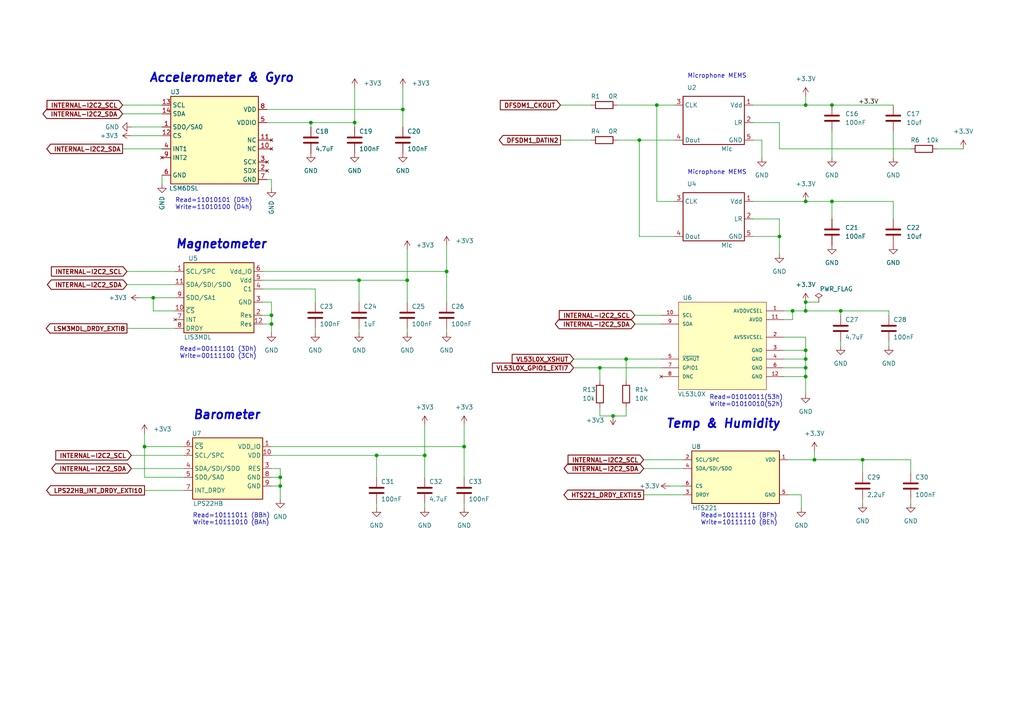
<source format=kicad_sch>
(kicad_sch (version 20211123) (generator eeschema)
  (paper "A4")
  (title_block (title "MEMS Sensors") (date "2023-01-22"))
  (lib_symbols
    (symbol "Device:C" (pin_numbers hide) (pin_names (offset 0.254))
      (property "Reference" "C" (at 0.635 2.54 0))
      (property "Value" "C" (at 0.635 -2.54 0))
      (symbol "C_0_1"
        (polyline (pts (xy -2.032 -0.762) (xy 2.032 -0.762)) (stroke (width 0.508)))
        (polyline (pts (xy -2.032 0.762) (xy 2.032 0.762)) (stroke (width 0.508)))
      )
      (symbol "C_1_1"
        (pin passive line (at 0 3.81 270) (length 2.794) (name "~") (number "1"))
        (pin passive line (at 0 -3.81 90) (length 2.794) (name "~") (number "2"))
      )
    )
    (symbol "Device:R" (pin_numbers hide) (pin_names (offset 0))
      (property "Reference" "R" (at 2.032 0 90))
      (property "Value" "R" (at 0 0 90))
      (symbol "R_0_1"
        (rectangle (start -1.016 -2.54) (end 1.016 2.54) (stroke (width 0.254)))
      )
      (symbol "R_1_1"
        (pin passive line (at 0 3.81 270) (length 1.27) (name "~") (number "1"))
        (pin passive line (at 0 -3.81 90) (length 1.27) (name "~") (number "2"))
      )
    )
    (symbol "HTS221:HTS221" (pin_names (offset 1.016))
      (property "Reference" "U6" (at 0 12.7 0))
      (property "Value" "HTS221" (at 0 10.16 0))
      (symbol "HTS221_0_0"
        (rectangle (start -12.7 -7.62) (end 12.7 7.62) (stroke (width 0.254)) (fill (type background)))
        (pin power_in line (at 15.24 5.08 180) (length 2.54) (name "VDD") (number "1"))
        (pin input line (at -15.24 5.08 0) (length 2.54) (name "SCL/SPC") (number "2"))
        (pin output line (at -15.24 -5.08 0) (length 2.54) (name "DRDY") (number "3"))
        (pin bidirectional line (at -15.24 2.54 0) (length 2.54) (name "SDA/SDI/SDO") (number "4"))
        (pin power_in line (at 15.24 -5.08 180) (length 2.54) (name "GND") (number "5"))
        (pin input line (at -15.24 -2.54 0) (length 2.54) (name "CS") (number "6"))
      )
    )
    (symbol "MySymLib_HC:Mic"
      (property "Reference" "U" (at -7.62 6.35 0))
      (property "Value" "Mic" (at 0 -10.16 0))
      (symbol "Mic_1_1"
        (rectangle (start -10.16 5.08) (end 7.62 -8.89) (stroke (width 0.254)))
        (pin power_in line (at 10.16 2.54 180) (length 2.54) (name "Vdd") (number "1"))
        (pin input line (at 10.16 -2.54 180) (length 2.54) (name "LR") (number "2"))
        (pin input line (at -12.7 2.54 0) (length 2.54) (name "CLK") (number "3"))
        (pin tri_state line (at -12.7 -7.62 0) (length 2.54) (name "Dout") (number "4"))
        (pin power_in line (at 10.16 -7.62 180) (length 2.54) (name "GND") (number "5"))
      )
    )
    (symbol "Sensor_Magnetic:LIS3MDL"
      (property "Reference" "U5" (at -8.89 11.43 0))
      (property "Value" "LIS3MDL" (at -10.16 -11.43 0))
      (symbol "LIS3MDL_0_1"
        (rectangle (start -10.16 10.16) (end 10.16 -10.16) (stroke (width 0.254)) (fill (type background)))
      )
      (symbol "LIS3MDL_1_1"
        (pin input line (at -12.7 7.62 0) (length 2.54) (name "SCL/SPC") (number "1"))
        (pin input line (at -12.7 -3.81 0) (length 2.54) (name "~{CS}") (number "10"))
        (pin bidirectional line (at -12.7 3.81 0) (length 2.54) (name "SDA/SDI/SDO") (number "11"))
        (pin passive line (at 12.7 -7.62 180) (length 2.54) (name "Res") (number "12"))
        (pin passive line (at 12.7 -5.08 180) (length 2.54) (name "Res") (number "2"))
        (pin power_in line (at 12.7 -1.27 180) (length 2.54) (name "GND") (number "3"))
        (pin power_out line (at 12.7 2.54 180) (length 2.54) (name "C1") (number "4"))
        (pin power_in line (at 12.7 5.08 180) (length 2.54) (name "Vdd") (number "5"))
        (pin power_in line (at 12.7 7.62 180) (length 2.54) (name "Vdd_IO") (number "6"))
        (pin no_connect line (at -12.7 -6.35 0) (length 2.54) (name "INT") (number "7"))
        (pin output line (at -12.7 -8.89 0) (length 2.54) (name "DRDY") (number "8"))
        (pin power_in line (at -12.7 0 0) (length 2.54) (name "SDO/SA1") (number "9"))
      )
    )
    (symbol "Sensor_Motion:LSM6DSL"
      (property "Reference" "U3" (at -11.43 13.97 0))
      (property "Value" "LSM6DSL" (at -8.89 -13.97 0))
      (symbol "LSM6DSL_0_1"
        (rectangle (start -12.7 12.7) (end 12.7 -12.7) (stroke (width 0.254)) (fill (type background)))
      )
      (symbol "LSM6DSL_1_1"
        (pin power_in line (at -15.24 3.81 0) (length 2.54) (name "SDO/SA0") (number "1"))
        (pin no_connect line (at 16.51 -2.54 180) (length 3.81) (name "NC") (number "10"))
        (pin no_connect line (at 16.51 0 180) (length 3.81) (name "NC") (number "11"))
        (pin input line (at -15.24 1.27 0) (length 2.54) (name "CS") (number "12"))
        (pin input line (at -15.24 10.16 0) (length 2.54) (name "SCL") (number "13"))
        (pin bidirectional line (at -15.24 7.62 0) (length 2.54) (name "SDA") (number "14"))
        (pin no_connect line (at 15.24 -8.89 180) (length 2.54) (name "SDX") (number "2"))
        (pin no_connect line (at 15.24 -6.35 180) (length 2.54) (name "SCX") (number "3"))
        (pin output line (at -15.24 -2.54 0) (length 2.54) (name "INT1") (number "4"))
        (pin power_in line (at 15.24 5.08 180) (length 2.54) (name "VDDIO") (number "5"))
        (pin power_in line (at -15.24 -10.16 0) (length 2.54) (name "GND") (number "6"))
        (pin power_in line (at 15.24 -11.43 180) (length 2.54) (name "GND") (number "7"))
        (pin power_in line (at 15.24 8.89 180) (length 2.54) (name "VDD") (number "8"))
        (pin no_connect line (at -15.24 -5.08 0) (length 2.54) (name "INT2") (number "9"))
      )
    )
    (symbol "Sensor_Pressure:LPS25HB"
      (property "Reference" "U7" (at -7.62 8.89 0))
      (property "Value" "LPS22HB" (at -1.27 -11.43 0))
      (symbol "LPS25HB_0_1"
        (rectangle (start -10.16 7.62) (end 10.16 -10.16) (stroke (width 0.254)) (fill (type background)))
      )
      (symbol "LPS25HB_1_1"
        (pin power_in line (at 12.7 5.08 180) (length 2.54) (name "VDD_IO") (number "1"))
        (pin power_in line (at 12.7 2.54 180) (length 2.54) (name "VDD") (number "10"))
        (pin input line (at -12.7 2.54 0) (length 2.54) (name "SCL/SPC") (number "2"))
        (pin passive line (at 12.7 -1.27 180) (length 2.54) (name "RES") (number "3"))
        (pin bidirectional line (at -12.7 -1.27 0) (length 2.54) (name "SDA/SDI/SDO") (number "4"))
        (pin power_in line (at -12.7 -3.81 0) (length 2.54) (name "SD0/SA0") (number "5"))
        (pin input line (at -12.7 5.08 0) (length 2.54) (name "~{CS}") (number "6"))
        (pin output line (at -12.7 -7.62 0) (length 2.54) (name "INT_DRDY") (number "7"))
        (pin passive line (at 12.7 -3.81 180) (length 2.54) (name "GND") (number "8"))
        (pin passive line (at 12.7 -6.35 180) (length 2.54) (name "GND") (number "9"))
      )
    )
    (symbol "VL53L0X:VL53L0X" (pin_names (offset 1.016))
      (property "Reference" "U4" (at 0 17.78 0))
      (property "Value" "VL53L0X" (at 0 15.24 0))
      (symbol "VL53L0X_0_0"
        (rectangle (start -12.7 -12.7) (end 12.7 12.7) (stroke (width 0.127)) (fill (type background)))
        (pin power_in line (at 17.78 10.16 180) (length 5.08) (name "AVDDVCSEL") (number "1"))
        (pin input line (at -17.78 8.89 0) (length 5.08) (name "SCL") (number "10"))
        (pin power_in line (at 17.78 7.62 180) (length 5.08) (name "AVDD") (number "11"))
        (pin power_in line (at 17.78 -8.89 180) (length 5.08) (name "GND") (number "12"))
        (pin power_in line (at 17.78 2.54 180) (length 5.08) (name "AVSSVCSEL") (number "2"))
        (pin power_in line (at 17.78 -1.27 180) (length 5.08) (name "GND") (number "3"))
        (pin power_in line (at 17.78 -3.81 180) (length 5.08) (name "GND") (number "4"))
        (pin input line (at -17.78 -3.81 0) (length 5.08) (name "~{XSHUT}") (number "5"))
        (pin power_in line (at 17.78 -6.35 180) (length 5.08) (name "GND") (number "6"))
        (pin output line (at -17.78 -6.35 0) (length 5.08) (name "GPIO1") (number "7"))
        (pin no_connect line (at -17.78 -8.89 0) (length 5.08) (name "DNC") (number "8"))
        (pin bidirectional line (at -17.78 6.35 0) (length 5.08) (name "SDA") (number "9"))
      )
    )
    (symbol "power:+3.3V" (power) (pin_names (offset 0))
      (property "Value" "+3.3V" (at 0 3.556 0))
      (symbol "+3.3V_0_1"
        (polyline (pts (xy -0.762 1.27) (xy 0 2.54)))
        (polyline (pts (xy 0 0) (xy 0 2.54)))
        (polyline (pts (xy 0 2.54) (xy 0.762 1.27)))
      )
      (symbol "+3.3V_1_1"
        (pin power_in line (at 0 0 90) (length 0) hide (name "+3.3V") (number "1"))
      )
    )
    (symbol "power:+3V3" (power) (pin_names (offset 0))
      (property "Value" "+3V3" (at 0 3.556 0))
      (symbol "+3V3_0_1"
        (polyline (pts (xy -0.762 1.27) (xy 0 2.54)))
        (polyline (pts (xy 0 0) (xy 0 2.54)))
        (polyline (pts (xy 0 2.54) (xy 0.762 1.27)))
      )
      (symbol "+3V3_1_1"
        (pin power_in line (at 0 0 90) (length 0) hide (name "+3V3") (number "1"))
      )
    )
    (symbol "power:GND" (power) (pin_names (offset 0))
      (property "Value" "GND" (at 0 -3.81 0))
      (symbol "GND_0_1"
        (polyline (pts (xy 0 0) (xy 0 -1.27) (xy 1.27 -1.27) (xy 0 -2.54) (xy -1.27 -1.27) (xy 0 -1.27)))
      )
      (symbol "GND_1_1"
        (pin power_in line (at 0 0 270) (length 0) hide (name "GND") (number "1"))
      )
    )
    (symbol "power:PWR_FLAG" (power) (pin_numbers hide) (pin_names (offset 0) hide)
      (property "Value" "PWR_FLAG" (at 0 3.81 0))
      (symbol "PWR_FLAG_0_0"
        (pin power_out line (at 0 0 90) (length 0) (name "pwr") (number "1"))
      )
      (symbol "PWR_FLAG_0_1"
        (polyline (pts (xy 0 0) (xy 0 1.27) (xy -1.016 1.905) (xy 0 2.54) (xy 1.016 1.905) (xy 0 1.27)))
      )
    )
  )
  (junction (at 233.68 101.6))
  (junction (at 123.19 132.08))
  (junction (at 241.3 58.42))
  (junction (at 233.68 104.14))
  (junction (at 233.68 109.22))
  (junction (at 129.54 78.74))
  (junction (at 177.8 120.65))
  (junction (at 243.84 90.17))
  (junction (at 233.68 87.63))
  (junction (at 109.22 132.08))
  (junction (at 226.06 68.58))
  (junction (at 181.61 104.14))
  (junction (at 173.99 106.68))
  (junction (at 78.74 93.98))
  (junction (at 78.74 91.44))
  (junction (at 41.91 129.54))
  (junction (at 104.14 81.28))
  (junction (at 233.68 30.48))
  (junction (at 236.22 133.35))
  (junction (at 134.62 129.54))
  (junction (at 233.68 106.68))
  (junction (at 81.28 138.43))
  (junction (at 185.42 40.64))
  (junction (at 118.11 81.28))
  (junction (at 250.19 133.35))
  (junction (at 90.17 35.56))
  (junction (at 233.68 90.17))
  (junction (at 44.45 86.36))
  (junction (at 241.3 30.48))
  (junction (at 81.28 140.97))
  (junction (at 190.5 30.48))
  (junction (at 116.84 31.75))
  (junction (at 102.87 35.56))
  (junction (at 233.68 58.42))
  (junction (at 229.87 90.17))
  (wire (pts (xy 116.84 25.4) (xy 116.84 31.75)))
  (wire (pts (xy 173.99 120.65) (xy 177.8 120.65)))
  (wire (pts (xy 41.91 142.24) (xy 53.34 142.24)))
  (wire (pts (xy 218.44 40.64) (xy 220.98 40.64)))
  (wire (pts (xy 218.44 58.42) (xy 233.68 58.42)))
  (wire (pts (xy 228.6 143.51) (xy 232.41 143.51)))
  (wire (pts (xy 76.2 87.63) (xy 78.74 87.63)))
  (wire (pts (xy 228.6 133.35) (xy 236.22 133.35)))
  (wire (pts (xy 264.16 137.16) (xy 264.16 133.35)))
  (wire (pts (xy 233.68 27.94) (xy 233.68 30.48)))
  (wire (pts (xy 44.45 86.36) (xy 50.8 86.36)))
  (wire (pts (xy 81.28 135.89) (xy 81.28 138.43)))
  (wire (pts (xy 129.54 78.74) (xy 129.54 87.63)))
  (wire (pts (xy 181.61 104.14) (xy 181.61 110.49)))
  (wire (pts (xy 78.74 52.07) (xy 78.74 54.61)))
  (wire (pts (xy 90.17 35.56) (xy 102.87 35.56)))
  (wire (pts (xy 264.16 146.05) (xy 264.16 144.78)))
  (wire (pts (xy 166.37 104.14) (xy 181.61 104.14)))
  (wire (pts (xy 134.62 123.19) (xy 134.62 129.54)))
  (wire (pts (xy 227.33 97.79) (xy 233.68 97.79)))
  (wire (pts (xy 227.33 106.68) (xy 233.68 106.68)))
  (wire (pts (xy 166.37 106.68) (xy 173.99 106.68)))
  (wire (pts (xy 226.06 43.18) (xy 264.16 43.18)))
  (wire (pts (xy 194.31 140.97) (xy 198.12 140.97)))
  (wire (pts (xy 77.47 35.56) (xy 90.17 35.56)))
  (wire (pts (xy 104.14 81.28) (xy 104.14 87.63)))
  (wire (pts (xy 233.68 87.63) (xy 233.68 90.17)))
  (wire (pts (xy 186.69 133.35) (xy 198.12 133.35)))
  (wire (pts (xy 78.74 140.97) (xy 81.28 140.97)))
  (wire (pts (xy 118.11 96.52) (xy 118.11 95.25)))
  (wire (pts (xy 271.78 43.18) (xy 279.4 43.18)))
  (wire (pts (xy 241.3 30.48) (xy 259.08 30.48)))
  (wire (pts (xy 218.44 35.56) (xy 226.06 35.56)))
  (wire (pts (xy 118.11 72.39) (xy 118.11 81.28)))
  (wire (pts (xy 44.45 90.17) (xy 44.45 86.36)))
  (wire (pts (xy 50.8 90.17) (xy 44.45 90.17)))
  (wire (pts (xy 78.74 93.98) (xy 78.74 96.52)))
  (wire (pts (xy 90.17 35.56) (xy 90.17 36.83)))
  (wire (pts (xy 91.44 96.52) (xy 91.44 95.25)))
  (wire (pts (xy 241.3 58.42) (xy 259.08 58.42)))
  (wire (pts (xy 179.07 40.64) (xy 185.42 40.64)))
  (wire (pts (xy 35.56 30.48) (xy 46.99 30.48)))
  (wire (pts (xy 236.22 130.81) (xy 236.22 133.35)))
  (wire (pts (xy 233.68 90.17) (xy 243.84 90.17)))
  (wire (pts (xy 229.87 90.17) (xy 229.87 92.71)))
  (wire (pts (xy 81.28 140.97) (xy 81.28 144.78)))
  (wire (pts (xy 250.19 146.05) (xy 250.19 144.78)))
  (wire (pts (xy 250.19 133.35) (xy 250.19 137.16)))
  (wire (pts (xy 129.54 95.25) (xy 129.54 96.52)))
  (wire (pts (xy 226.06 63.5) (xy 226.06 68.58)))
  (wire (pts (xy 109.22 132.08) (xy 123.19 132.08)))
  (wire (pts (xy 233.68 101.6) (xy 233.68 104.14)))
  (wire (pts (xy 227.33 109.22) (xy 233.68 109.22)))
  (wire (pts (xy 102.87 25.4) (xy 102.87 35.56)))
  (wire (pts (xy 184.15 91.44) (xy 191.77 91.44)))
  (wire (pts (xy 38.1 39.37) (xy 46.99 39.37)))
  (wire (pts (xy 241.3 38.1) (xy 241.3 45.72)))
  (wire (pts (xy 78.74 138.43) (xy 81.28 138.43)))
  (wire (pts (xy 250.19 133.35) (xy 264.16 133.35)))
  (wire (pts (xy 129.54 71.12) (xy 129.54 78.74)))
  (wire (pts (xy 243.84 100.33) (xy 243.84 99.06)))
  (wire (pts (xy 227.33 104.14) (xy 233.68 104.14)))
  (wire (pts (xy 195.58 68.58) (xy 185.42 68.58)))
  (wire (pts (xy 104.14 81.28) (xy 118.11 81.28)))
  (wire (pts (xy 185.42 68.58) (xy 185.42 40.64)))
  (wire (pts (xy 104.14 96.52) (xy 104.14 95.25)))
  (wire (pts (xy 173.99 106.68) (xy 173.99 110.49)))
  (wire (pts (xy 38.1 132.08) (xy 53.34 132.08)))
  (wire (pts (xy 38.1 36.83) (xy 46.99 36.83)))
  (wire (pts (xy 227.33 90.17) (xy 229.87 90.17)))
  (wire (pts (xy 162.56 40.64) (xy 171.45 40.64)))
  (wire (pts (xy 36.83 78.74) (xy 50.8 78.74)))
  (wire (pts (xy 236.22 133.35) (xy 250.19 133.35)))
  (wire (pts (xy 226.06 63.5) (xy 218.44 63.5)))
  (wire (pts (xy 227.33 92.71) (xy 229.87 92.71)))
  (wire (pts (xy 41.91 129.54) (xy 41.91 138.43)))
  (wire (pts (xy 218.44 68.58) (xy 226.06 68.58)))
  (wire (pts (xy 257.81 100.33) (xy 257.81 99.06)))
  (wire (pts (xy 53.34 129.54) (xy 41.91 129.54)))
  (wire (pts (xy 76.2 93.98) (xy 78.74 93.98)))
  (wire (pts (xy 78.74 135.89) (xy 81.28 135.89)))
  (wire (pts (xy 233.68 109.22) (xy 233.68 114.3)))
  (wire (pts (xy 232.41 143.51) (xy 232.41 147.32)))
  (wire (pts (xy 190.5 30.48) (xy 195.58 30.48)))
  (wire (pts (xy 218.44 30.48) (xy 233.68 30.48)))
  (wire (pts (xy 229.87 90.17) (xy 233.68 90.17)))
  (wire (pts (xy 77.47 52.07) (xy 78.74 52.07)))
  (wire (pts (xy 102.87 35.56) (xy 102.87 36.83)))
  (wire (pts (xy 220.98 40.64) (xy 220.98 45.72)))
  (wire (pts (xy 53.34 138.43) (xy 41.91 138.43)))
  (wire (pts (xy 233.68 97.79) (xy 233.68 101.6)))
  (wire (pts (xy 78.74 91.44) (xy 78.74 93.98)))
  (wire (pts (xy 41.91 125.73) (xy 41.91 129.54)))
  (wire (pts (xy 35.56 43.18) (xy 46.99 43.18)))
  (wire (pts (xy 78.74 129.54) (xy 134.62 129.54)))
  (wire (pts (xy 226.06 35.56) (xy 226.06 43.18)))
  (wire (pts (xy 186.69 135.89) (xy 198.12 135.89)))
  (wire (pts (xy 181.61 104.14) (xy 191.77 104.14)))
  (wire (pts (xy 179.07 30.48) (xy 190.5 30.48)))
  (wire (pts (xy 76.2 78.74) (xy 129.54 78.74)))
  (wire (pts (xy 123.19 147.32) (xy 123.19 146.05)))
  (wire (pts (xy 227.33 101.6) (xy 233.68 101.6)))
  (wire (pts (xy 181.61 118.11) (xy 181.61 120.65)))
  (wire (pts (xy 36.83 95.25) (xy 50.8 95.25)))
  (wire (pts (xy 226.06 68.58) (xy 226.06 73.66)))
  (wire (pts (xy 78.74 132.08) (xy 109.22 132.08)))
  (wire (pts (xy 46.99 50.8) (xy 46.99 53.34)))
  (wire (pts (xy 195.58 58.42) (xy 190.5 58.42)))
  (wire (pts (xy 173.99 106.68) (xy 191.77 106.68)))
  (wire (pts (xy 76.2 83.82) (xy 91.44 83.82)))
  (wire (pts (xy 186.69 143.51) (xy 198.12 143.51)))
  (wire (pts (xy 35.56 33.02) (xy 46.99 33.02)))
  (wire (pts (xy 257.81 91.44) (xy 257.81 90.17)))
  (wire (pts (xy 91.44 83.82) (xy 91.44 87.63)))
  (wire (pts (xy 184.15 93.98) (xy 191.77 93.98)))
  (wire (pts (xy 233.68 106.68) (xy 233.68 109.22)))
  (wire (pts (xy 134.62 146.05) (xy 134.62 147.32)))
  (wire (pts (xy 233.68 87.63) (xy 237.49 87.63)))
  (wire (pts (xy 77.47 31.75) (xy 116.84 31.75)))
  (wire (pts (xy 177.8 120.65) (xy 181.61 120.65)))
  (wire (pts (xy 134.62 129.54) (xy 134.62 138.43)))
  (wire (pts (xy 81.28 138.43) (xy 81.28 140.97)))
  (wire (pts (xy 118.11 87.63) (xy 118.11 81.28)))
  (wire (pts (xy 109.22 147.32) (xy 109.22 146.05)))
  (wire (pts (xy 76.2 91.44) (xy 78.74 91.44)))
  (wire (pts (xy 76.2 81.28) (xy 104.14 81.28)))
  (wire (pts (xy 109.22 132.08) (xy 109.22 138.43)))
  (wire (pts (xy 173.99 118.11) (xy 173.99 120.65)))
  (wire (pts (xy 233.68 58.42) (xy 241.3 58.42)))
  (wire (pts (xy 38.1 135.89) (xy 53.34 135.89)))
  (wire (pts (xy 190.5 58.42) (xy 190.5 30.48)))
  (wire (pts (xy 259.08 38.1) (xy 259.08 45.72)))
  (wire (pts (xy 243.84 90.17) (xy 243.84 91.44)))
  (wire (pts (xy 36.83 82.55) (xy 50.8 82.55)))
  (wire (pts (xy 241.3 58.42) (xy 241.3 63.5)))
  (wire (pts (xy 123.19 123.19) (xy 123.19 132.08)))
  (wire (pts (xy 243.84 90.17) (xy 257.81 90.17)))
  (wire (pts (xy 259.08 58.42) (xy 259.08 63.5)))
  (wire (pts (xy 185.42 40.64) (xy 195.58 40.64)))
  (wire (pts (xy 233.68 104.14) (xy 233.68 106.68)))
  (wire (pts (xy 233.68 30.48) (xy 241.3 30.48)))
  (wire (pts (xy 78.74 87.63) (xy 78.74 91.44)))
  (wire (pts (xy 162.56 30.48) (xy 171.45 30.48)))
  (wire (pts (xy 40.64 86.36) (xy 44.45 86.36)))
  (wire (pts (xy 116.84 31.75) (xy 116.84 36.83)))
  (wire (pts (xy 123.19 132.08) (xy 123.19 138.43)))
  (text "Temp & Humidity" (at 193.04 124.46 0) (effects (font (size 2.5 2.5) (thickness 0.5) bold italic) (justify left bottom)))
  (text "Read=00111101 (3Dh)\nWrite=00111100 (3Ch)" (at 52.07 104.14 0) (effects (font (size 1.27 1.27)) (justify left bottom)))
  (text "Accelerometer & Gyro" (at 43.18 24.13 0) (effects (font (size 2.5 2.5) (thickness 0.5) bold italic) (justify left bottom)))
  (text "Read=10111011 (BBh)\nWrite=10111010 (BAh)" (at 55.88 152.4 0) (effects (font (size 1.27 1.27)) (justify left bottom)))
  (text "Read=11010101 (D5h)\nWrite=11010100 (D4h)" (at 50.8 60.96 0) (effects (font (size 1.27 1.27)) (justify left bottom)))
  (text "Microphone MEMS" (at 199.39 50.8 0) (effects (font (size 1.27 1.27)) (justify left bottom)))
  (text "Read=10111111 (BFh)\nWrite=10111110 (BEh)" (at 203.2 152.4 0) (effects (font (size 1.27 1.27)) (justify left bottom)))
  (text "Barometer" (at 55.88 121.92 0) (effects (font (size 2.5 2.5) (thickness 0.5) bold italic) (justify left bottom)))
  (text "Microphone MEMS" (at 199.39 22.86 0) (effects (font (size 1.27 1.27)) (justify left bottom)))
  (text "Magnetometer" (at 50.8 72.39 0) (effects (font (size 2.5 2.5) (thickness 0.5) bold italic) (justify left bottom)))
  (text "Read=01010011(53h)\nWrite=01010010(52h)" (at 205.74 118.11 0) (effects (font (size 1.27 1.27)) (justify left bottom)))
  (label "+3.3V" (at 248.92 30.48 0))
  (global_label "INTERNAL-I2C2_SCL" (shape input) (at 36.83 78.74 180) (effects (font (thickness 0.254) bold)) (property "Intersheet References" "${INTERSHEET_REFS}" (effects hide)))
  (global_label "INTERNAL-I2C2_SDA" (shape bidirectional) (at 38.1 135.89 180) (effects (font (thickness 0.254) bold)) (property "Intersheet References" "${INTERSHEET_REFS}" (effects hide)))
  (global_label "LPS22HB_INT_DRDY_EXTI10" (shape output) (at 41.91 142.24 180) (effects (font (thickness 0.254) bold)) (property "Intersheet References" "${INTERSHEET_REFS}" (effects hide)))
  (global_label "INTERNAL-I2C2_SCL" (shape input) (at 35.56 30.48 180) (effects (font (thickness 0.254) bold)) (property "Intersheet References" "${INTERSHEET_REFS}" (effects hide)))
  (global_label "LSM3MDL_DRDY_EXTI8" (shape output) (at 36.83 95.25 180) (effects (font (thickness 0.254) bold)) (property "Intersheet References" "${INTERSHEET_REFS}" (effects hide)))
  (global_label "INTERNAL-I2C2_SCL" (shape input) (at 38.1 132.08 180) (effects (font (thickness 0.254) bold)) (property "Intersheet References" "${INTERSHEET_REFS}" (effects hide)))
  (global_label "INTERNAL-I2C2_SDA" (shape bidirectional) (at 184.15 93.98 180) (effects (font (thickness 0.254) bold)) (property "Intersheet References" "${INTERSHEET_REFS}" (effects hide)))
  (global_label "INTERNAL-I2C2_SCL" (shape input) (at 184.15 91.44 180) (effects (font (thickness 0.254) bold)) (property "Intersheet References" "${INTERSHEET_REFS}" (effects hide)))
  (global_label "DFSDM1_CKOUT" (shape input) (at 162.56 30.48 180) (effects (font (thickness 0.254) bold)) (property "Intersheet References" "${INTERSHEET_REFS}" (effects hide)))
  (global_label "VL53L0X_XSHUT" (shape input) (at 166.37 104.14 180) (effects (font (thickness 0.254) bold)) (property "Intersheet References" "${INTERSHEET_REFS}" (effects hide)))
  (global_label "INTERNAL-I2C2_SCL" (shape input) (at 186.69 133.35 180) (effects (font (thickness 0.254) bold)) (property "Intersheet References" "${INTERSHEET_REFS}" (effects hide)))
  (global_label "HTS221_DRDY_EXTI15" (shape output) (at 186.69 143.51 180) (effects (font (thickness 0.254) bold)) (property "Intersheet References" "${INTERSHEET_REFS}" (effects hide)))
  (global_label "VL53L0X_GPIO1_EXTI7" (shape input) (at 166.37 106.68 180) (effects (font (thickness 0.254) bold)) (property "Intersheet References" "${INTERSHEET_REFS}" (effects hide)))
  (global_label "INTERNAL-I2C2_SDA" (shape bidirectional) (at 36.83 82.55 180) (effects (font (thickness 0.254) bold)) (property "Intersheet References" "${INTERSHEET_REFS}" (effects hide)))
  (global_label "INTERNAL-I2C2_SDA" (shape bidirectional) (at 186.69 135.89 180) (effects (font (thickness 0.254) bold)) (property "Intersheet References" "${INTERSHEET_REFS}" (effects hide)))
  (global_label "INTERNAL-I2C2_SDA" (shape bidirectional) (at 35.56 33.02 180) (effects (font (thickness 0.254) bold)) (property "Intersheet References" "${INTERSHEET_REFS}" (effects hide)))
  (global_label "INTERNAL-I2C2_SDA" (shape output) (at 35.56 43.18 180) (effects (font (thickness 0.254) bold)) (property "Intersheet References" "${INTERSHEET_REFS}" (effects hide)))
  (global_label "DFSDM1_DATIN2" (shape output) (at 162.56 40.64 180) (effects (font (thickness 0.254) bold)) (property "Intersheet References" "${INTERSHEET_REFS}" (effects hide)))
  (symbol (lib_id "power:GND") (at 226.06 73.66 0) (unit 1)
    (property "Reference" "#PWR040" (effects hide))
    (property "Value" "GND" (at 226.06 78.74 0))
  )
  (symbol (lib_id "Device:C") (at 102.87 40.64 0) (unit 1)
    (property "Reference" "C19" (at 104.14 38.1 0) (effects (justify left)))
    (property "Value" "100nF" (at 104.14 43.18 0) (effects (justify left)))
    (property "Footprint" "Capacitor_SMD:C_0402_1005Metric" (effects hide))
    (property "Datasheet" "https://s3.amazonaws.com/snapeda/datasheet/C0402C222J3JACTU_KEMET.pdf" (effects hide))
  )
  (symbol (lib_id "power:+3V3") (at 41.91 125.73 0) (unit 1)
    (property "Reference" "#PWR054" (effects hide))
    (property "Value" "+3V3" (at 44.45 124.4599 0) (effects (justify left)))
  )
  (symbol (lib_id "power:GND") (at 116.84 44.45 0) (unit 1)
    (property "Reference" "#PWR029" (effects hide))
    (property "Value" "GND" (at 116.84 49.53 0))
  )
  (symbol (lib_id "power:+3.3V") (at 233.68 27.94 0) (unit 1)
    (property "Reference" "#PWR023" (effects hide))
    (property "Value" "+3.3V" (at 233.68 22.86 0))
  )
  (symbol (lib_id "power:+3.3V") (at 233.68 58.42 0) (unit 1)
    (property "Reference" "#PWR035" (effects hide))
    (property "Value" "+3.3V" (at 233.68 53.34 0))
  )
  (symbol (lib_id "Device:C") (at 118.11 91.44 0) (unit 1)
    (property "Reference" "C25" (at 119.38 88.9 0) (effects (justify left)))
    (property "Value" "100nF" (at 119.38 93.98 0) (effects (justify left)))
    (property "Footprint" "Capacitor_SMD:C_0402_1005Metric" (effects hide))
    (property "Datasheet" "https://s3.amazonaws.com/snapeda/datasheet/C0402C222J3JACTU_KEMET.pdf" (effects hide))
  )
  (symbol (lib_id "power:GND") (at 90.17 44.45 0) (unit 1)
    (property "Reference" "#PWR027" (effects hide))
    (property "Value" "GND" (at 90.17 49.53 0))
  )
  (symbol (lib_id "power:+3V3") (at 129.54 71.12 0) (unit 1)
    (property "Reference" "#PWR036" (effects hide))
    (property "Value" "+3V3" (at 132.08 69.8499 0) (effects (justify left)))
  )
  (symbol (lib_id "power:+3V3") (at 118.11 72.39 0) (unit 1)
    (property "Reference" "#PWR039" (effects hide))
    (property "Value" "+3V3" (at 120.65 71.1199 0) (effects (justify left)))
  )
  (symbol (lib_id "power:GND") (at 243.84 100.33 0) (unit 1)
    (property "Reference" "#PWR048" (effects hide))
    (property "Value" "GND" (at 243.84 105.41 0))
  )
  (symbol (lib_id "power:+3V3") (at 134.62 123.19 0) (unit 1)
    (property "Reference" "#PWR053" (effects hide))
    (property "Value" "+3V3" (at 134.62 118.11 0))
  )
  (symbol (lib_id "Device:C") (at 250.19 140.97 0) (unit 1)
    (property "Reference" "C29" (at 251.46 138.43 0) (effects (justify left)))
    (property "Value" "2.2uF" (at 251.46 143.51 0) (effects (justify left)))
    (property "Footprint" "Capacitor_SMD:C_0603_1608Metric" (effects hide))
    (property "Datasheet" "https://www.snapeda.com/parts/C0603C222K4RACTU/KEMET/datasheet/" (effects hide))
  )
  (symbol (lib_id "power:+3V3") (at 40.64 86.36 90) (unit 1)
    (property "Reference" "#PWR041" (effects hide))
    (property "Value" "+3V3" (at 36.83 86.3599 90) (effects (justify left)))
  )
  (symbol (lib_id "Device:R") (at 267.97 43.18 90) (unit 1)
    (property "Reference" "R6" (at 265.43 40.64 90))
    (property "Value" "10k" (at 270.51 40.64 90))
    (property "Footprint" "Resistor_SMD:R_0402_1005Metric" (effects hide))
    (property "Datasheet" "https://www.snapeda.com/parts/ERA-2HEC7321P/Panasonic/datasheet/" (effects hide))
  )
  (symbol (lib_id "Device:C") (at 116.84 40.64 0) (unit 1)
    (property "Reference" "C20" (at 118.11 38.1 0) (effects (justify left)))
    (property "Value" "100nF" (at 118.11 43.18 0) (effects (justify left)))
    (property "Footprint" "Capacitor_SMD:C_0402_1005Metric" (effects hide))
    (property "Datasheet" "https://s3.amazonaws.com/snapeda/datasheet/C0402C222J3JACTU_KEMET.pdf" (effects hide))
  )
  (symbol (lib_id "power:GND") (at 134.62 147.32 0) (unit 1)
    (property "Reference" "#PWR062" (effects hide))
    (property "Value" "GND" (at 134.62 152.4 0))
  )
  (symbol (lib_id "power:GND") (at 123.19 147.32 0) (unit 1)
    (property "Reference" "#PWR061" (effects hide))
    (property "Value" "GND" (at 123.19 152.4 0))
  )
  (symbol (lib_id "power:+3V3") (at 123.19 123.19 0) (unit 1)
    (property "Reference" "#PWR052" (effects hide))
    (property "Value" "+3V3" (at 123.19 118.11 0))
  )
  (symbol (lib_id "Device:C") (at 243.84 95.25 0) (unit 1)
    (property "Reference" "C27" (at 245.11 92.71 0) (effects (justify left)))
    (property "Value" "4.7uF" (at 245.11 97.79 0) (effects (justify left)))
    (property "Footprint" "Capacitor_SMD:C_0603_1608Metric" (effects hide))
    (property "Datasheet" "https://www.snapeda.com/parts/C0603C222K4RACTU/KEMET/datasheet/" (effects hide))
  )
  (symbol (lib_id "power:+3V3") (at 38.1 39.37 90) (unit 1)
    (property "Reference" "#PWR025" (effects hide))
    (property "Value" "+3V3" (at 34.29 39.3699 90) (effects (justify left)))
  )
  (symbol (lib_id "power:+3V3") (at 102.87 25.4 0) (unit 1)
    (property "Reference" "#PWR021" (effects hide))
    (property "Value" "+3V3" (at 105.41 24.1299 0) (effects (justify left)))
  )
  (symbol (lib_id "power:GND") (at 259.08 71.12 0) (unit 1)
    (property "Reference" "#PWR038" (effects hide))
    (property "Value" "GND" (at 259.08 76.2 0))
  )
  (symbol (lib_id "power:GND") (at 102.87 44.45 0) (unit 1)
    (property "Reference" "#PWR028" (effects hide))
    (property "Value" "GND" (at 102.87 49.53 0))
  )
  (symbol (lib_id "Device:C") (at 123.19 142.24 0) (unit 1)
    (property "Reference" "C32" (at 124.46 139.7 0) (effects (justify left)))
    (property "Value" "4.7uF" (at 124.46 144.78 0) (effects (justify left)))
    (property "Footprint" "Capacitor_SMD:C_0603_1608Metric" (effects hide))
    (property "Datasheet" "https://www.snapeda.com/parts/C0603C222K4RACTU/KEMET/datasheet/" (effects hide))
  )
  (symbol (lib_id "power:+3.3V") (at 233.68 87.63 0) (unit 1)
    (property "Reference" "#PWR042" (effects hide))
    (property "Value" "+3.3V" (at 233.68 82.55 0))
  )
  (symbol (lib_id "MySymLib_HC:Mic") (at 208.28 33.02 0) (unit 1)
    (property "Reference" "U2" (at 200.66 25.4 0))
    (property "Value" "Mic" (at 210.82 43.18 0))
    (property "Footprint" "Sensor_Audio:Knowles_LGA-5_3.5x2.65mm" (effects hide))
    (property "Datasheet" "https://www.knowles.com/docs/default-source/model-downloads/sph0641lu4h-1-revb.pdf" (effects hide))
  )
  (symbol (lib_id "Device:R") (at 175.26 30.48 90) (unit 1)
    (property "Reference" "R1" (at 172.72 27.94 90))
    (property "Value" "0R" (at 177.8 27.94 90))
    (property "Footprint" "Resistor_SMD:R_0402_1005Metric" (effects hide))
    (property "Datasheet" "https://www.snapeda.com/parts/ERA-2HEC7321P/Panasonic/datasheet/" (effects hide))
  )
  (symbol (lib_id "MySymLib_HC:Mic") (at 208.28 60.96 0) (unit 1)
    (property "Reference" "U4" (at 200.66 53.34 0))
    (property "Value" "Mic" (at 210.82 71.12 0))
    (property "Footprint" "Sensor_Audio:Knowles_LGA-5_3.5x2.65mm" (effects hide))
    (property "Datasheet" "https://www.knowles.com/docs/default-source/model-downloads/sph0641lu4h-1-revb.pdf" (effects hide))
  )
  (symbol (lib_id "Sensor_Motion:LSM6DSL") (at 62.23 40.64 0) (unit 1)
    (property "Reference" "U3" (at 50.8 26.67 0))
    (property "Value" "LSM6DSL" (at 53.34 54.61 0))
    (property "Footprint" "Package_LGA:LGA-14_3x2.5mm_P0.5mm_LayoutBorder3x4y" (effects hide))
    (property "Datasheet" "https://www.st.com/resource/en/datasheet/lsm6dsl.pdf" (effects hide))
  )
  (symbol (lib_id "Device:R") (at 181.61 114.3 0) (unit 1)
    (property "Reference" "R14" (at 184.15 113.0299 0) (effects (justify left)))
    (property "Value" "10K" (at 184.15 115.5699 0) (effects (justify left)))
    (property "Footprint" "Resistor_SMD:R_0402_1005Metric" (effects hide))
    (property "Datasheet" "https://www.snapeda.com/parts/ERA-2HEC7321P/Panasonic/datasheet/" (effects hide))
  )
  (symbol (lib_id "Device:C") (at 241.3 34.29 0) (unit 1)
    (property "Reference" "C16" (at 245.11 33.0199 0) (effects (justify left)))
    (property "Value" "100nF" (at 245.11 35.5599 0) (effects (justify left)))
    (property "Footprint" "Capacitor_SMD:C_0402_1005Metric" (effects hide))
    (property "Datasheet" "https://www.snapeda.com/parts/C0603C222K4RACTU/KEMET/datasheet/" (effects hide))
  )
  (symbol (lib_id "Device:C") (at 91.44 91.44 0) (unit 1)
    (property "Reference" "C23" (at 92.71 88.9 0) (effects (justify left)))
    (property "Value" "100nF" (at 92.71 93.98 0) (effects (justify left)))
    (property "Footprint" "Capacitor_SMD:C_0402_1005Metric" (effects hide))
    (property "Datasheet" "https://s3.amazonaws.com/snapeda/datasheet/C0402C222J3JACTU_KEMET.pdf" (effects hide))
  )
  (symbol (lib_id "power:GND") (at 91.44 96.52 0) (unit 1)
    (property "Reference" "#PWR044" (effects hide))
    (property "Value" "GND" (at 91.44 101.6 0))
  )
  (symbol (lib_id "Device:C") (at 241.3 67.31 0) (unit 1)
    (property "Reference" "C21" (at 245.11 66.0399 0) (effects (justify left)))
    (property "Value" "100nF" (at 245.11 68.5799 0) (effects (justify left)))
    (property "Footprint" "Capacitor_SMD:C_0402_1005Metric" (effects hide))
    (property "Datasheet" "https://s3.amazonaws.com/snapeda/datasheet/C0402C222J3JACTU_KEMET.pdf" (effects hide))
  )
  (symbol (lib_id "power:GND") (at 232.41 147.32 0) (unit 1)
    (property "Reference" "#PWR063" (effects hide))
    (property "Value" "GND" (at 232.41 152.4 0))
  )
  (symbol (lib_id "power:GND") (at 241.3 71.12 0) (unit 1)
    (property "Reference" "#PWR037" (effects hide))
    (property "Value" "GND" (at 241.3 76.2 0))
  )
  (symbol (lib_id "Device:R") (at 175.26 40.64 90) (unit 1)
    (property "Reference" "R4" (at 172.72 38.1 90))
    (property "Value" "0R" (at 177.8 38.1 90))
    (property "Footprint" "Resistor_SMD:R_0402_1005Metric" (effects hide))
    (property "Datasheet" "https://www.snapeda.com/parts/ERA-2HEC7321P/Panasonic/datasheet/" (effects hide))
  )
  (symbol (lib_id "power:GND") (at 104.14 96.52 0) (unit 1)
    (property "Reference" "#PWR045" (effects hide))
    (property "Value" "GND" (at 104.14 101.6 0))
  )
  (symbol (lib_id "power:GND") (at 241.3 45.72 0) (unit 1)
    (property "Reference" "#PWR031" (effects hide))
    (property "Value" "GND" (at 241.3 50.8 0))
  )
  (symbol (lib_id "Device:C") (at 104.14 91.44 0) (unit 1)
    (property "Reference" "C24" (at 105.41 88.9 0) (effects (justify left)))
    (property "Value" "1uF" (at 105.41 93.98 0) (effects (justify left)))
    (property "Footprint" "Capacitor_SMD:C_0402_1005Metric" (effects hide))
    (property "Datasheet" "https://s3.amazonaws.com/snapeda/datasheet/C0402C222J3JACTU_KEMET.pdf" (effects hide))
  )
  (symbol (lib_id "power:+3.3V") (at 194.31 140.97 90) (unit 1)
    (property "Reference" "#PWR056" (effects hide))
    (property "Value" "+3.3V" (at 185.42 140.97 90) (effects (justify right)))
  )
  (symbol (lib_id "power:GND") (at 264.16 146.05 0) (unit 1)
    (property "Reference" "#PWR059" (effects hide))
    (property "Value" "GND" (at 264.16 151.13 0))
  )
  (symbol (lib_id "Device:C") (at 257.81 95.25 0) (unit 1)
    (property "Reference" "C28" (at 259.08 92.71 0) (effects (justify left)))
    (property "Value" "100nF" (at 259.08 97.79 0) (effects (justify left)))
    (property "Footprint" "Capacitor_SMD:C_0402_1005Metric" (effects hide))
    (property "Datasheet" "https://s3.amazonaws.com/snapeda/datasheet/C0402C222J3JACTU_KEMET.pdf" (effects hide))
  )
  (symbol (lib_id "Device:C") (at 264.16 140.97 0) (unit 1)
    (property "Reference" "C30" (at 265.43 138.43 0) (effects (justify left)))
    (property "Value" "100nF" (at 265.43 143.51 0) (effects (justify left)))
    (property "Footprint" "Capacitor_SMD:C_0402_1005Metric" (effects hide))
    (property "Datasheet" "https://s3.amazonaws.com/snapeda/datasheet/C0402C222J3JACTU_KEMET.pdf" (effects hide))
  )
  (symbol (lib_id "power:GND") (at 220.98 45.72 0) (unit 1)
    (property "Reference" "#PWR030" (effects hide))
    (property "Value" "GND" (at 220.98 50.8 0))
  )
  (symbol (lib_id "power:GND") (at 46.99 53.34 0) (unit 1)
    (property "Reference" "#PWR033" (effects hide))
    (property "Value" "GND" (at 46.99 60.96 90) (effects (justify left)))
  )
  (symbol (lib_id "power:+3V3") (at 116.84 25.4 0) (unit 1)
    (property "Reference" "#PWR022" (effects hide))
    (property "Value" "+3V3" (at 119.38 24.1299 0) (effects (justify left)))
  )
  (symbol (lib_id "Device:C") (at 109.22 142.24 0) (unit 1)
    (property "Reference" "C31" (at 110.49 139.7 0) (effects (justify left)))
    (property "Value" "100nF" (at 110.49 144.78 0) (effects (justify left)))
    (property "Footprint" "Capacitor_SMD:C_0402_1005Metric" (effects hide))
    (property "Datasheet" "https://s3.amazonaws.com/snapeda/datasheet/C0402C222J3JACTU_KEMET.pdf" (effects hide))
  )
  (symbol (lib_id "Device:C") (at 134.62 142.24 0) (unit 1)
    (property "Reference" "C33" (at 135.89 139.7 0) (effects (justify left)))
    (property "Value" "100nF" (at 135.89 144.78 0) (effects (justify left)))
    (property "Footprint" "Capacitor_SMD:C_0402_1005Metric" (effects hide))
    (property "Datasheet" "https://s3.amazonaws.com/snapeda/datasheet/C0402C222J3JACTU_KEMET.pdf" (effects hide))
  )
  (symbol (lib_id "Device:C") (at 259.08 34.29 0) (unit 1)
    (property "Reference" "C17" (at 262.89 33.0199 0) (effects (justify left)))
    (property "Value" "10uf" (at 262.89 35.5599 0) (effects (justify left)))
    (property "Footprint" "Capacitor_SMD:C_0603_1608Metric" (effects hide))
    (property "Datasheet" "https://www.snapeda.com/parts/C0603C222K4RACTU/KEMET/datasheet/" (effects hide))
  )
  (symbol (lib_id "power:GND") (at 78.74 54.61 0) (unit 1)
    (property "Reference" "#PWR034" (effects hide))
    (property "Value" "GND" (at 78.74 62.23 90) (effects (justify left)))
  )
  (symbol (lib_id "power:+3.3V") (at 236.22 130.81 0) (unit 1)
    (property "Reference" "#PWR055" (effects hide))
    (property "Value" "+3.3V" (at 236.22 125.73 0))
  )
  (symbol (lib_id "power:GND") (at 118.11 96.52 0) (unit 1)
    (property "Reference" "#PWR046" (effects hide))
    (property "Value" "GND" (at 118.11 101.6 0))
  )
  (symbol (lib_id "power:GND") (at 259.08 45.72 0) (unit 1)
    (property "Reference" "#PWR032" (effects hide))
    (property "Value" "GND" (at 259.08 50.8 0))
  )
  (symbol (lib_id "power:GND") (at 233.68 114.3 0) (unit 1)
    (property "Reference" "#PWR050" (effects hide))
    (property "Value" "GND" (at 233.68 119.38 0))
  )
  (symbol (lib_id "VL53L0X:VL53L0X") (at 209.55 100.33 0) (unit 1)
    (property "Reference" "U6" (at 199.39 86.36 0))
    (property "Value" "VL53L0X" (at 200.66 114.3 0))
    (property "Footprint" "VL53L0X:SENSOR_VL53L0X" (effects hide))
    (property "Datasheet" "https://www.snapeda.com/parts/VL53L0X/STMicroelectronics/datasheet/" (effects hide))
    (property "MANUFACTURER" "ST Microelectronics" (effects hide))
    (property "PART_REV" "1.0" (effects hide))
    (property "STANDARD" "Manufacturer Recommendation" (effects hide))
  )
  (symbol (lib_id "power:PWR_FLAG") (at 237.49 87.63 0) (unit 1)
    (property "Reference" "#FLG01" (effects hide))
    (property "Value" "PWR_FLAG" (at 242.57 83.82 0))
  )
  (symbol (lib_id "power:+3V3") (at 177.8 120.65 0) (mirror x) (unit 1)
    (property "Reference" "#PWR051" (effects hide))
    (property "Value" "+3V3" (at 175.26 121.9199 0) (effects (justify right)))
  )
  (symbol (lib_id "HTS221:HTS221") (at 213.36 138.43 0) (unit 1)
    (property "Reference" "U8" (at 201.93 129.54 0))
    (property "Value" "HTS221" (at 204.47 147.32 0))
    (property "Footprint" "XDCR_HTS221" (effects hide))
    (property "Datasheet" "https://www.snapeda.com/parts/HTS221/STMicroelectronics/datasheet/" (effects hide))
    (property "MANUFACTURER" "STMicroelectronics" (effects hide))
    (property "PARTREV" "Rev 1" (effects hide))
    (property "STANDARD" "Manufacturer Recommendations" (effects hide))
  )
  (symbol (lib_id "power:GND") (at 257.81 100.33 0) (unit 1)
    (property "Reference" "#PWR049" (effects hide))
    (property "Value" "GND" (at 257.81 105.41 0))
  )
  (symbol (lib_id "Device:R") (at 173.99 114.3 0) (unit 1)
    (property "Reference" "R13" (at 168.91 113.03 0) (effects (justify left)))
    (property "Value" "10k" (at 168.91 115.57 0) (effects (justify left)))
    (property "Footprint" "Resistor_SMD:R_0402_1005Metric" (effects hide))
    (property "Datasheet" "https://www.snapeda.com/parts/ERA-2HEC7321P/Panasonic/datasheet/" (effects hide))
  )
  (symbol (lib_id "power:GND") (at 78.74 96.52 0) (unit 1)
    (property "Reference" "#PWR043" (effects hide))
    (property "Value" "GND" (at 78.74 101.6 0))
  )
  (symbol (lib_id "Device:C") (at 90.17 40.64 0) (unit 1)
    (property "Reference" "C18" (at 91.44 38.1 0) (effects (justify left)))
    (property "Value" "4.7uF" (at 91.44 43.18 0) (effects (justify left)))
    (property "Footprint" "Capacitor_SMD:C_0603_1608Metric" (effects hide))
    (property "Datasheet" "https://www.snapeda.com/parts/C0603C222K4RACTU/KEMET/datasheet/" (effects hide))
  )
  (symbol (lib_id "power:GND") (at 81.28 144.78 0) (unit 1)
    (property "Reference" "#PWR057" (effects hide))
    (property "Value" "GND" (at 81.28 149.86 0))
  )
  (symbol (lib_id "power:GND") (at 129.54 96.52 0) (unit 1)
    (property "Reference" "#PWR047" (effects hide))
    (property "Value" "GND" (at 129.54 101.6 0))
  )
  (symbol (lib_id "power:GND") (at 38.1 36.83 270) (unit 1)
    (property "Reference" "#PWR024" (effects hide))
    (property "Value" "GND" (at 30.48 36.83 90) (effects (justify left)))
  )
  (symbol (lib_id "Sensor_Pressure:LPS25HB") (at 66.04 134.62 0) (unit 1)
    (property "Reference" "U7" (at 58.42 125.73 0) (effects (justify right)))
    (property "Value" "LPS22HB" (at 64.77 146.05 0) (effects (justify right)))
    (property "Footprint" "LPS22HB:LGA10R50P2X3_200X200X80" (effects hide))
    (property "Datasheet" "www.st.com/resource/en/datasheet/lps25hb.pdf" (effects hide))
  )
  (symbol (lib_id "power:+3.3V") (at 279.4 43.18 0) (unit 1)
    (property "Reference" "#PWR026" (effects hide))
    (property "Value" "+3.3V" (at 279.4 38.1 0))
  )
  (symbol (lib_id "Device:C") (at 129.54 91.44 0) (unit 1)
    (property "Reference" "C26" (at 130.81 88.9 0) (effects (justify left)))
    (property "Value" "100nF" (at 130.81 93.98 0) (effects (justify left)))
    (property "Footprint" "Capacitor_SMD:C_0402_1005Metric" (effects hide))
    (property "Datasheet" "https://s3.amazonaws.com/snapeda/datasheet/C0402C222J3JACTU_KEMET.pdf" (effects hide))
  )
  (symbol (lib_id "Sensor_Magnetic:LIS3MDL") (at 63.5 86.36 0) (unit 1)
    (property "Reference" "U5" (at 54.61 74.93 0) (effects (justify left)))
    (property "Value" "LIS3MDL" (at 53.34 97.79 0) (effects (justify left)))
    (property "Footprint" "Package_LGA:LGA-12_2x2mm_P0.5mm" (effects hide))
    (property "Datasheet" "https://www.st.com/resource/en/datasheet/lis3mdl.pdf" (effects hide))
  )
  (symbol (lib_id "Device:C") (at 259.08 67.31 0) (unit 1)
    (property "Reference" "C22" (at 262.89 66.0399 0) (effects (justify left)))
    (property "Value" "10uf" (at 262.89 68.5799 0) (effects (justify left)))
    (property "Footprint" "Capacitor_SMD:C_0603_1608Metric" (effects hide))
    (property "Datasheet" "https://www.snapeda.com/parts/C0603C222K4RACTU/KEMET/datasheet/" (effects hide))
  )
  (symbol (lib_id "power:GND") (at 109.22 147.32 0) (unit 1)
    (property "Reference" "#PWR060" (effects hide))
    (property "Value" "GND" (at 109.22 152.4 0))
  )
  (symbol (lib_id "power:GND") (at 250.19 146.05 0) (unit 1)
    (property "Reference" "#PWR058" (effects hide))
    (property "Value" "GND" (at 250.19 151.13 0))
  )
)
</source>
